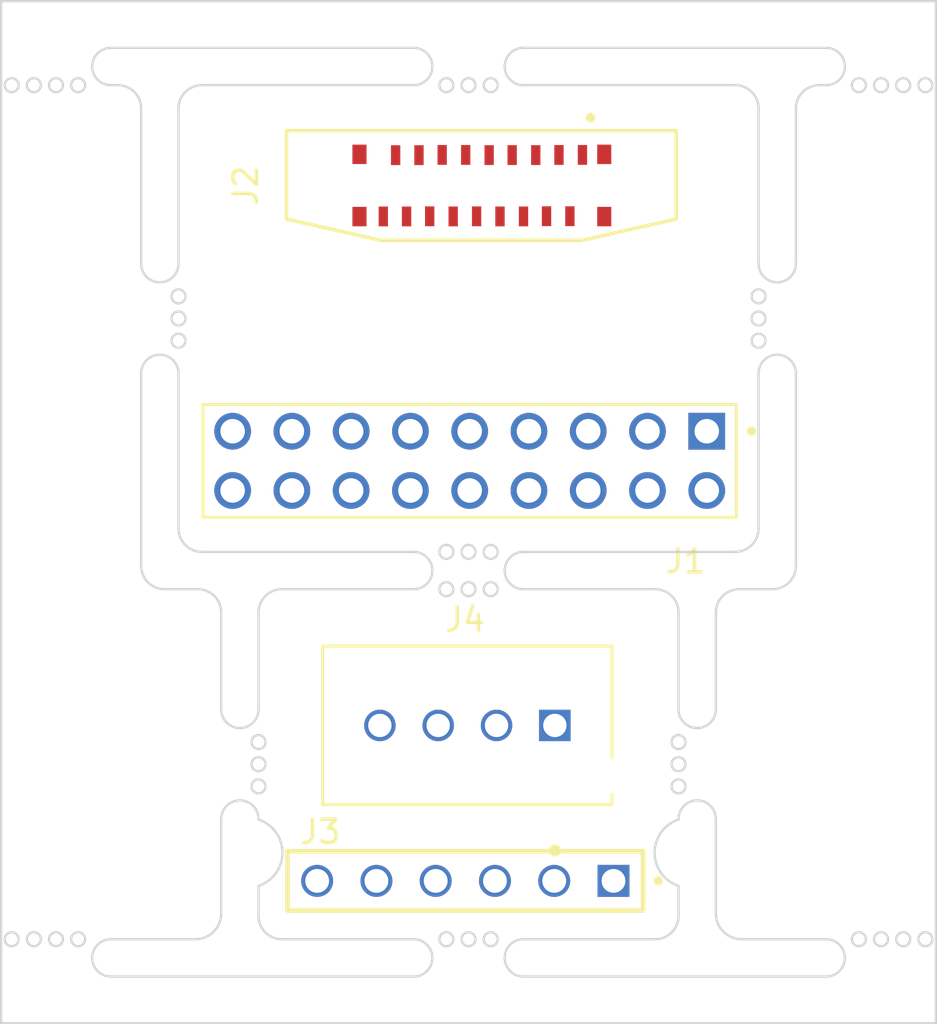
<source format=kicad_pcb>
(kicad_pcb (version 20211014) (generator pcbnew)
  (layers (0 "F.Cu" signal) (31 "B.Cu" signal) (34 "B.Paste" user) (35 "F.Paste" user) (36 "B.SilkS" user "B.Silkscreen") (37 "F.SilkS" user "F.Silkscreen") (38 "B.Mask" user) (39 "F.Mask" user) (44 "Edge.Cuts" user))
  (net 0 "")
  (net 1 "/GND")
  (net 2 "/SCL")
  (net 3 "/SDA")
  (net 4 "/Vcc (3.3V)")
  (net 5 "C1")
  (net 6 "C2")
  (net 7 "C3")
  (net 8 "C4")
  (net 9 "C5")
  (net 10 "C6")
  (net 11 "C7")
  (net 12 "C8")
  (net 13 "C9")
  (net 14 "C10")
  (net 15 "C11")
  (net 16 "C12")
  (net 17 "C13")
  (net 18 "C14")
  (net 19 "C15")
  (net 20 "C16")
  (net 21 "C17")
  (net 22 "C18")
  (footprint "myKiCadGlobalFootprintLibrary:SAMTEC_MTSW-106-12-L-S-790" (layer "F.Cu") (at 165.4125 82.6)
    (fp_text reference "J3" (at -6.2125 -2.1) (layer "F.SilkS"))
    (fp_text value "MTSW-106-12-L-S-790_6_by_1_header" hide)
    (fp_line (start 7.62 1.27) (end -7.62 1.27) (layer "F.SilkS") (width 0.2))
    (fp_line (start -7.62 1.27) (end -7.62 -1.27) (layer "F.SilkS") (width 0.2))
    (fp_line (start 7.62 -1.27) (end -7.62 -1.27) (layer "F.SilkS") (width 0.2))
    (fp_line (start 7.62 -1.27) (end 7.62 1.27) (layer "F.SilkS") (width 0.2))
    (fp_circle (center 8.27 0) (end 8.37 0) (layer "F.SilkS") (width 0.2) (fill none))
    (pad "01" thru_hole rect (at 6.35 0) (size 1.37 1.37) (drill 1.02) (layers *.Cu *.Mask) (net 1 "/GND"))
    (pad "02" thru_hole circle (at 3.81 0) (size 1.37 1.37) (drill 1.02) (layers *.Cu *.Mask))
    (pad "03" thru_hole circle (at 1.27 0) (size 1.37 1.37) (drill 1.02) (layers *.Cu *.Mask) (net 2 "/SCL"))
    (pad "04" thru_hole circle (at -1.27 0) (size 1.37 1.37) (drill 1.02) (layers *.Cu *.Mask) (net 3 "/SDA"))
    (pad "05" thru_hole circle (at -3.81 0) (size 1.37 1.37) (drill 1.02) (layers *.Cu *.Mask) (net 4 "/Vcc (3.3V)"))
    (pad "06" thru_hole circle (at -6.35 0) (size 1.37 1.37) (drill 1.02) (layers *.Cu *.Mask))
  )
  (footprint "myKiCadGlobalFootprintLibrary:533750410" (layer "F.Cu") (at 169.25 75.9378)
    (fp_text reference "J4" (at -3.85 -4.5378) (layer "F.SilkS"))
    (fp_text value "MOLEX_533750410" hide)
    (fp_line (start -9.95 -3.4) (end 2.45 -3.4) (layer "F.SilkS") (width 0.127))
    (fp_line (start 2.45 -3.4) (end 2.45 1.4) (layer "F.SilkS") (width 0.127))
    (fp_line (start -9.95 3.4) (end -9.95 -3.4) (layer "F.SilkS") (width 0.127))
    (fp_line (start 2.45 2.95) (end 2.45 3.4) (layer "F.SilkS") (width 0.127))
    (fp_line (start 2.45 3.4) (end -9.95 3.4) (layer "F.SilkS") (width 0.127))
    (fp_circle (center 0 5.3594) (end 0.2 5.3594) (layer "F.SilkS") (width 0.12) (fill solid))
    (pad "" np_thru_hole circle (at 1.6 2.2) (size 1.2 1.2) (drill 1.2) (layers *.Cu *.Mask))
    (pad "1" thru_hole rect (at 0 0) (size 1.35 1.35) (drill 1) (layers *.Cu) (net 1 "/GND"))
    (pad "2" thru_hole circle (at -2.5 0) (size 1.35 1.35) (drill 1) (layers *.Cu) (net 2 "/SCL"))
    (pad "3" thru_hole circle (at -5 0) (size 1.35 1.35) (drill 1) (layers *.Cu) (net 3 "/SDA"))
    (pad "4" thru_hole circle (at -7.5 0) (size 1.35 1.35) (drill 1) (layers *.Cu) (net 4 "/Vcc (3.3V)"))
  )
  (footprint "myKiCadGlobalFootprintLibrary:AMPHENOL_10076801-406T18LF" (layer "F.Cu") (at 165.6 64.6 180)
    (fp_text reference "J1" (at -9.255 -4.3) (layer "F.SilkS"))
    (fp_text value "10076801-406T18LF_9_by_2_header" hide)
    (fp_line (start -11.43 2.415) (end -11.43 -2.415) (layer "F.SilkS") (width 0.127))
    (fp_line (start 11.43 2.415) (end -11.43 2.415) (layer "F.SilkS") (width 0.127))
    (fp_line (start 11.43 -2.415) (end 11.43 2.415) (layer "F.SilkS") (width 0.127))
    (fp_line (start 11.43 -2.415) (end -11.43 -2.415) (layer "F.SilkS") (width 0.127))
    (fp_circle (center -12.08 1.27) (end -11.98 1.27) (layer "F.SilkS") (width 0.2) (fill none))
    (pad "01" thru_hole rect (at -10.16 1.27 180) (size 1.575 1.575) (drill 1.05) (layers *.Cu *.Mask) (net 5 "C1"))
    (pad "02" thru_hole circle (at -10.16 -1.27 180) (size 1.575 1.575) (drill 1.05) (layers *.Cu *.Mask) (net 6 "C2"))
    (pad "03" thru_hole circle (at -7.62 1.27 180) (size 1.575 1.575) (drill 1.05) (layers *.Cu *.Mask) (net 7 "C3"))
    (pad "04" thru_hole circle (at -7.62 -1.27 180) (size 1.575 1.575) (drill 1.05) (layers *.Cu *.Mask) (net 8 "C4"))
    (pad "05" thru_hole circle (at -5.08 1.27 180) (size 1.575 1.575) (drill 1.05) (layers *.Cu *.Mask) (net 9 "C5"))
    (pad "06" thru_hole circle (at -5.08 -1.27 180) (size 1.575 1.575) (drill 1.05) (layers *.Cu *.Mask) (net 10 "C6"))
    (pad "07" thru_hole circle (at -2.54 1.27 180) (size 1.575 1.575) (drill 1.05) (layers *.Cu *.Mask) (net 11 "C7"))
    (pad "08" thru_hole circle (at -2.54 -1.27 180) (size 1.575 1.575) (drill 1.05) (layers *.Cu *.Mask) (net 12 "C8"))
    (pad "09" thru_hole circle (at 0 1.27 180) (size 1.575 1.575) (drill 1.05) (layers *.Cu *.Mask) (net 13 "C9"))
    (pad "10" thru_hole circle (at 0 -1.27 180) (size 1.575 1.575) (drill 1.05) (layers *.Cu *.Mask) (net 14 "C10"))
    (pad "11" thru_hole circle (at 2.54 1.27 180) (size 1.575 1.575) (drill 1.05) (layers *.Cu *.Mask) (net 15 "C11"))
    (pad "12" thru_hole circle (at 2.54 -1.27 180) (size 1.575 1.575) (drill 1.05) (layers *.Cu *.Mask) (net 16 "C12"))
    (pad "13" thru_hole circle (at 5.08 1.27 180) (size 1.575 1.575) (drill 1.05) (layers *.Cu *.Mask) (net 17 "C13"))
    (pad "14" thru_hole circle (at 5.08 -1.27 180) (size 1.575 1.575) (drill 1.05) (layers *.Cu *.Mask) (net 18 "C14"))
    (pad "15" thru_hole circle (at 7.62 1.27 180) (size 1.575 1.575) (drill 1.05) (layers *.Cu *.Mask) (net 19 "C15"))
    (pad "16" thru_hole circle (at 7.62 -1.27 180) (size 1.575 1.575) (drill 1.05) (layers *.Cu *.Mask) (net 20 "C16"))
    (pad "17" thru_hole circle (at 10.16 1.27 180) (size 1.575 1.575) (drill 1.05) (layers *.Cu *.Mask) (net 21 "C17"))
    (pad "18" thru_hole circle (at 10.16 -1.27 180) (size 1.575 1.575) (drill 1.05) (layers *.Cu *.Mask) (net 22 "C18"))
  )
  (footprint "myKiCadGlobalFootprintLibrary:525591853" (layer "F.Cu") (at 165.905982 52.455249)
    (fp_text reference "J2" (at -9.906 0.349725 90) (layer "F.SilkS"))
    (fp_text value "0525591853" hide)
    (fp_line (start 8.544018 -2.005075) (end -8.155982 -2.005075) (layer "F.SilkS") (width 0.1524))
    (fp_line (start -4.112116 2.694577) (end 4.500152 2.694577) (layer "F.SilkS") (width 0.1524))
    (fp_line (start -8.155982 -2.005075) (end -8.155982 1.781439) (layer "F.SilkS") (width 0.1524))
    (fp_line (start 4.500152 2.694577) (end 8.544018 1.781439) (layer "F.SilkS") (width 0.1524))
    (fp_line (start -8.155982 1.781439) (end -4.112116 2.694577) (layer "F.SilkS") (width 0.1524))
    (fp_line (start 8.544018 1.781439) (end 8.544018 -2.005075) (layer "F.SilkS") (width 0.1524))
    (fp_circle (center 4.8768 -2.5654) (end 4.9868 -2.5654) (layer "F.SilkS") (width 0.2) (fill none))
    (pad " " smd rect (at 5.461 1.6764) (size 0.6056 0.8322) (layers "F.Cu" "F.Paste" "F.Mask"))
    (pad " " smd rect (at -5.0292 -0.9906) (size 0.6056 0.8322) (layers "F.Cu" "F.Paste" "F.Mask"))
    (pad " " smd rect (at -5.0292 1.6764) (size 0.6056 0.8322) (layers "F.Cu" "F.Paste" "F.Mask"))
    (pad " " smd rect (at 5.461 -0.9906) (size 0.6056 0.8322) (layers "F.Cu" "F.Paste" "F.Mask"))
    (pad "1" smd rect (at 4.525475 -0.966624) (size 0.4 0.85) (layers "F.Cu" "F.Paste" "F.Mask") (net 5 "C1"))
    (pad "2" smd rect (at 3.987845 1.660042) (size 0.4 0.85) (layers "F.Cu" "F.Paste" "F.Mask") (net 6 "C2"))
    (pad "3" smd rect (at 3.519854 -0.96325) (size 0.4 0.85) (layers "F.Cu" "F.Paste" "F.Mask") (net 7 "C3"))
    (pad "4" smd rect (at 2.987202 1.660042) (size 0.4 0.85) (layers "F.Cu" "F.Paste" "F.Mask") (net 8 "C4"))
    (pad "5" smd rect (at 2.52529 -0.959265) (size 0.4 0.85) (layers "F.Cu" "F.Paste" "F.Mask") (net 9 "C5"))
    (pad "6" smd rect (at 1.999675 1.6696) (size 0.4 0.85) (layers "F.Cu" "F.Paste" "F.Mask") (net 10 "C6"))
    (pad "7" smd rect (at 1.51454 -0.959265) (size 0.4 0.85) (layers "F.Cu" "F.Paste" "F.Mask") (net 11 "C7"))
    (pad "8" smd rect (at 0.991354 1.6696) (size 0.4 0.85) (layers "F.Cu" "F.Paste" "F.Mask") (net 12 "C8"))
    (pad "9" smd rect (at 0.528086 -0.959265) (size 0.4 0.85) (layers "F.Cu" "F.Paste" "F.Mask") (net 13 "C9"))
    (pad "10" smd rect (at -0.008868 1.66555) (size 0.4 0.85) (layers "F.Cu" "F.Paste" "F.Mask") (net 14 "C10"))
    (pad "11" smd rect (at -0.476799 -0.966153) (size 0.4 0.85) (layers "F.Cu" "F.Paste" "F.Mask") (net 15 "C11"))
    (pad "12" smd rect (at -1.01314 1.6696) (size 0.4 0.85) (layers "F.Cu" "F.Paste" "F.Mask") (net 16 "C12"))
    (pad "13" smd rect (at -1.484962 -0.966153) (size 0.4 0.85) (layers "F.Cu" "F.Paste" "F.Mask") (net 17 "C13"))
    (pad "14" smd rect (at -2.019975 1.664737) (size 0.4 0.85) (layers "F.Cu" "F.Paste" "F.Mask") (net 18 "C14"))
    (pad "15" smd rect (at -2.480459 -0.9569) (size 0.4 0.85) (layers "F.Cu" "F.Paste" "F.Mask") (net 19 "C15"))
    (pad "16" smd rect (at -3.011289 1.670568) (size 0.4 0.85) (layers "F.Cu" "F.Paste" "F.Mask") (net 20 "C16"))
    (pad "17" smd rect (at -3.479332 -0.9569) (size 0.4 0.85) (layers "F.Cu" "F.Paste" "F.Mask") (net 21 "C17"))
    (pad "18" smd rect (at -4.009815 1.670201) (size 0.4 0.85) (layers "F.Cu" "F.Paste" "F.Mask") (net 22 "C18"))
  )
  (gr_arc (start 153.95 70.1) (mid 154.657107 70.392893) (end 154.95 71.1) (layer "Edge.Cuts") (width 0.1))
  (gr_line (start 154.95 75.25) (end 154.95 71.1) (layer "Edge.Cuts") (width 0.1))
  (gr_circle (center 166.5 85.1) (end 166.8 85.1) (layer "Edge.Cuts") (width 0.1) (fill none))
  (gr_line (start 167.9 85.1) (end 173.55 85.1) (layer "Edge.Cuts") (width 0.1))
  (gr_line (start 156.55 79.95) (end 156.55 79.970195) (layer "Edge.Cuts") (width 0.1))
  (gr_line (start 185.58 44.9) (end 185.58 88.7) (layer "Edge.Cuts") (width 0.1))
  (gr_arc (start 167.9 86.7) (mid 167.1 85.9) (end 167.9 85.1) (layer "Edge.Cuts") (width 0.1))
  (gr_line (start 150.22 48.5) (end 150.52 48.5) (layer "Edge.Cuts") (width 0.1))
  (gr_circle (center 146.92 48.5) (end 147.22 48.5) (layer "Edge.Cuts") (width 0.1) (fill none))
  (gr_arc (start 150.22 48.5) (mid 149.42 47.7) (end 150.22 46.9) (layer "Edge.Cuts") (width 0.1))
  (gr_arc (start 167.9 48.5) (mid 167.1 47.7) (end 167.9 46.9) (layer "Edge.Cuts") (width 0.1))
  (gr_line (start 177.98 49.5) (end 177.98 56.15) (layer "Edge.Cuts") (width 0.1))
  (gr_circle (center 183.23 48.5) (end 183.53 48.5) (layer "Edge.Cuts") (width 0.1) (fill none))
  (gr_circle (center 147.87 85.1) (end 148.17 85.1) (layer "Edge.Cuts") (width 0.1) (fill none))
  (gr_line (start 156.55 84.1) (end 156.55 82.815805) (layer "Edge.Cuts") (width 0.1))
  (gr_circle (center 182.28 48.5) (end 182.58 48.5) (layer "Edge.Cuts") (width 0.1) (fill none))
  (gr_circle (center 153.12 57.55) (end 153.42 57.55) (layer "Edge.Cuts") (width 0.1) (fill none))
  (gr_circle (center 184.18 48.5) (end 184.48 48.5) (layer "Edge.Cuts") (width 0.1) (fill none))
  (gr_circle (center 164.6 68.5) (end 164.9 68.5) (layer "Edge.Cuts") (width 0.1) (fill none))
  (gr_line (start 177.98 60.85) (end 177.98 67.5) (layer "Edge.Cuts") (width 0.1))
  (gr_circle (center 184.18 85.1) (end 184.48 85.1) (layer "Edge.Cuts") (width 0.1) (fill none))
  (gr_circle (center 156.55 76.65) (end 156.85 76.65) (layer "Edge.Cuts") (width 0.1) (fill none))
  (gr_circle (center 164.6 48.5) (end 164.9 48.5) (layer "Edge.Cuts") (width 0.1) (fill none))
  (gr_circle (center 153.12 59.45) (end 153.42 59.45) (layer "Edge.Cuts") (width 0.1) (fill none))
  (gr_arc (start 154.12 68.5) (mid 153.412893 68.207107) (end 153.12 67.5) (layer "Edge.Cuts") (width 0.1))
  (gr_arc (start 167.9 70.1) (mid 167.1 69.3) (end 167.9 68.5) (layer "Edge.Cuts") (width 0.1))
  (gr_line (start 157.55 85.1) (end 163.2 85.1) (layer "Edge.Cuts") (width 0.1))
  (gr_line (start 145.52 88.7) (end 185.58 88.7) (layer "Edge.Cuts") (width 0.1))
  (gr_line (start 167.9 46.9) (end 180.88 46.9) (layer "Edge.Cuts") (width 0.1))
  (gr_line (start 163.2 86.7) (end 150.22 86.7) (layer "Edge.Cuts") (width 0.1))
  (gr_line (start 176.98 48.5) (end 167.9 48.5) (layer "Edge.Cuts") (width 0.1))
  (gr_arc (start 156.55 79.970195) (mid 157.575 81.393) (end 156.55 82.815805) (layer "Edge.Cuts") (width 0.1))
  (gr_line (start 167.9 86.7) (end 180.88 86.7) (layer "Edge.Cuts") (width 0.1))
  (gr_arc (start 174.55 84.1) (mid 174.257107 84.807107) (end 173.55 85.1) (layer "Edge.Cuts") (width 0.1))
  (gr_arc (start 153.12 56.15) (mid 152.32 56.95) (end 151.52 56.15) (layer "Edge.Cuts") (width 0.1))
  (gr_arc (start 173.55 70.1) (mid 174.257107 70.392893) (end 174.55 71.1) (layer "Edge.Cuts") (width 0.1))
  (gr_arc (start 153.12 49.5) (mid 153.412893 48.792893) (end 154.12 48.5) (layer "Edge.Cuts") (width 0.1))
  (gr_circle (center 174.55 76.65) (end 174.85 76.65) (layer "Edge.Cuts") (width 0.1) (fill none))
  (gr_line (start 153.12 60.85) (end 153.12 67.5) (layer "Edge.Cuts") (width 0.1))
  (gr_line (start 167.9 70.1) (end 173.55 70.1) (layer "Edge.Cuts") (width 0.1))
  (gr_circle (center 165.55 68.5) (end 165.85 68.5) (layer "Edge.Cuts") (width 0.1) (fill none))
  (gr_circle (center 174.55 78.55) (end 174.85 78.55) (layer "Edge.Cuts") (width 0.1) (fill none))
  (gr_line (start 154.12 68.5) (end 163.2 68.5) (layer "Edge.Cuts") (width 0.1))
  (gr_circle (center 145.97 48.5) (end 146.27 48.5) (layer "Edge.Cuts") (width 0.1) (fill none))
  (gr_circle (center 166.5 68.5) (end 166.8 68.5) (layer "Edge.Cuts") (width 0.1) (fill none))
  (gr_arc (start 150.22 86.7) (mid 149.42 85.9) (end 150.22 85.1) (layer "Edge.Cuts") (width 0.1))
  (gr_circle (center 164.6 70.1) (end 164.9 70.1) (layer "Edge.Cuts") (width 0.1) (fill none))
  (gr_line (start 153.845 85.1) (end 150.22 85.1) (layer "Edge.Cuts") (width 0.1))
  (gr_arc (start 152.52 70.1) (mid 151.812893 69.807107) (end 151.52 69.1) (layer "Edge.Cuts") (width 0.1))
  (gr_line (start 174.55 79.95) (end 174.55 79.970195) (layer "Edge.Cuts") (width 0.1))
  (gr_circle (center 145.97 85.1) (end 146.27 85.1) (layer "Edge.Cuts") (width 0.1) (fill none))
  (gr_circle (center 148.82 48.5) (end 149.12 48.5) (layer "Edge.Cuts") (width 0.1) (fill none))
  (gr_arc (start 179.58 69.1) (mid 179.287107 69.807107) (end 178.58 70.1) (layer "Edge.Cuts") (width 0.1))
  (gr_arc (start 176.15 75.25) (mid 175.35 76.05) (end 174.55 75.25) (layer "Edge.Cuts") (width 0.1))
  (gr_line (start 152.52 70.1) (end 153.95 70.1) (layer "Edge.Cuts") (width 0.1))
  (gr_circle (center 177.98 57.55) (end 178.28 57.55) (layer "Edge.Cuts") (width 0.1) (fill none))
  (gr_circle (center 146.92 85.1) (end 147.22 85.1) (layer "Edge.Cuts") (width 0.1) (fill none))
  (gr_arc (start 177.255 85.1) (mid 176.473647 84.776353) (end 176.15 83.995) (layer "Edge.Cuts") (width 0.1))
  (gr_arc (start 174.55 79.95) (mid 175.35 79.15) (end 176.15 79.95) (layer "Edge.Cuts") (width 0.1))
  (gr_arc (start 176.15 71.1) (mid 176.442893 70.392893) (end 177.15 70.1) (layer "Edge.Cuts") (width 0.1))
  (gr_line (start 151.52 60.85) (end 151.52 69.1) (layer "Edge.Cuts") (width 0.1))
  (gr_circle (center 185.13 85.1) (end 185.43 85.1) (layer "Edge.Cuts") (width 0.1) (fill none))
  (gr_circle (center 174.55 77.6) (end 174.85 77.6) (layer "Edge.Cuts") (width 0.1) (fill none))
  (gr_line (start 177.15 70.1) (end 178.58 70.1) (layer "Edge.Cuts") (width 0.1))
  (gr_line (start 156.55 75.25) (end 156.55 71.1) (layer "Edge.Cuts") (width 0.1))
  (gr_arc (start 179.58 49.5) (mid 179.872893 48.792893) (end 180.58 48.5) (layer "Edge.Cuts") (width 0.1))
  (gr_line (start 179.58 56.15) (end 179.58 49.5) (layer "Edge.Cuts") (width 0.1))
  (gr_circle (center 165.55 48.5) (end 165.85 48.5) (layer "Edge.Cuts") (width 0.1) (fill none))
  (gr_circle (center 185.13 48.5) (end 185.43 48.5) (layer "Edge.Cuts") (width 0.1) (fill none))
  (gr_arc (start 154.95 79.95) (mid 155.75 79.15) (end 156.55 79.95) (layer "Edge.Cuts") (width 0.1))
  (gr_arc (start 163.2 85.1) (mid 164 85.9) (end 163.2 86.7) (layer "Edge.Cuts") (width 0.1))
  (gr_circle (center 153.12 58.5) (end 153.42 58.5) (layer "Edge.Cuts") (width 0.1) (fill none))
  (gr_arc (start 151.52 60.85) (mid 152.32 60.05) (end 153.12 60.85) (layer "Edge.Cuts") (width 0.1))
  (gr_line (start 154.12 48.5) (end 163.2 48.5) (layer "Edge.Cuts") (width 0.1))
  (gr_circle (center 147.87 48.5) (end 148.17 48.5) (layer "Edge.Cuts") (width 0.1) (fill none))
  (gr_circle (center 177.98 58.5) (end 178.28 58.5) (layer "Edge.Cuts") (width 0.1) (fill none))
  (gr_circle (center 166.5 70.1) (end 166.8 70.1) (layer "Edge.Cuts") (width 0.1) (fill none))
  (gr_circle (center 182.28 85.1) (end 182.58 85.1) (layer "Edge.Cuts") (width 0.1) (fill none))
  (gr_arc (start 163.2 68.5) (mid 164 69.3) (end 163.2 70.1) (layer "Edge.Cuts") (width 0.1))
  (gr_line (start 180.58 48.5) (end 180.88 48.5) (layer "Edge.Cuts") (width 0.1))
  (gr_arc (start 156.55 71.1) (mid 156.842893 70.392893) (end 157.55 70.1) (layer "Edge.Cuts") (width 0.1))
  (gr_line (start 167.9 68.5) (end 176.98 68.5) (layer "Edge.Cuts") (width 0.1))
  (gr_arc (start 154.95 83.995) (mid 154.626353 84.776353) (end 153.845 85.1) (layer "Edge.Cuts") (width 0.1))
  (gr_circle (center 165.55 85.1) (end 165.85 85.1) (layer "Edge.Cuts") (width 0.1) (fill none))
  (gr_line (start 177.255 85.1) (end 180.88 85.1) (layer "Edge.Cuts") (width 0.1))
  (gr_arc (start 156.55 75.25) (mid 155.75 76.05) (end 154.95 75.25) (layer "Edge.Cuts") (width 0.1))
  (gr_arc (start 176.98 48.5) (mid 177.687107 48.792893) (end 177.98 49.5) (layer "Edge.Cuts") (width 0.1))
  (gr_line (start 163.2 46.9) (end 150.22 46.9) (layer "Edge.Cuts") (width 0.1))
  (gr_arc (start 163.2 46.9) (mid 164 47.7) (end 163.2 48.5) (layer "Edge.Cuts") (width 0.1))
  (gr_arc (start 179.58 56.15) (mid 178.78 56.95) (end 177.98 56.15) (layer "Edge.Cuts") (width 0.1))
  (gr_circle (center 148.82 85.1) (end 149.12 85.1) (layer "Edge.Cuts") (width 0.1) (fill none))
  (gr_arc (start 180.88 46.9) (mid 181.68 47.7) (end 180.88 48.5) (layer "Edge.Cuts") (width 0.1))
  (gr_arc (start 150.52 48.5) (mid 151.227107 48.792893) (end 151.52 49.5) (layer "Edge.Cuts") (width 0.1))
  (gr_arc (start 177.98 67.5) (mid 177.687107 68.207107) (end 176.98 68.5) (layer "Edge.Cuts") (width 0.1))
  (gr_circle (center 177.98 59.45) (end 178.28 59.45) (layer "Edge.Cuts") (width 0.1) (fill none))
  (gr_arc (start 174.55 82.815805) (mid 173.525 81.393) (end 174.55 79.970195) (layer "Edge.Cuts") (width 0.1))
  (gr_circle (center 165.55 70.1) (end 165.85 70.1) (layer "Edge.Cuts") (width 0.1) (fill none))
  (gr_circle (center 164.6 85.1) (end 164.9 85.1) (layer "Edge.Cuts") (width 0.1) (fill none))
  (gr_circle (center 183.23 85.1) (end 183.53 85.1) (layer "Edge.Cuts") (width 0.1) (fill none))
  (gr_line (start 176.15 75.25) (end 176.15 71.1) (layer "Edge.Cuts") (width 0.1))
  (gr_circle (center 166.5 48.5) (end 166.8 48.5) (layer "Edge.Cuts") (width 0.1) (fill none))
  (gr_line (start 174.55 75.25) (end 174.55 71.1) (layer "Edge.Cuts") (width 0.1))
  (gr_line (start 157.55 70.1) (end 163.2 70.1) (layer "Edge.Cuts") (width 0.1))
  (gr_line (start 174.55 82.815805) (end 174.55 84.1) (layer "Edge.Cuts") (width 0.1))
  (gr_line (start 145.52 44.9) (end 185.58 44.9) (layer "Edge.Cuts") (width 0.1))
  (gr_line (start 176.15 79.95) (end 176.15 83.995) (layer "Edge.Cuts") (width 0.1))
  (gr_line (start 154.95 79.95) (end 154.95 83.995) (layer "Edge.Cuts") (width 0.1))
  (gr_line (start 151.52 56.15) (end 151.52 49.5) (layer "Edge.Cuts") (width 0.1))
  (gr_circle (center 156.55 77.6) (end 156.85 77.6) (layer "Edge.Cuts") (width 0.1) (fill none))
  (gr_line (start 153.12 49.5) (end 153.12 56.15) (layer "Edge.Cuts") (width 0.1))
  (gr_arc (start 157.55 85.1) (mid 156.842893 84.807107) (end 156.55 84.1) (layer "Edge.Cuts") (width 0.1))
  (gr_arc (start 180.88 85.1) (mid 181.68 85.9) (end 180.88 86.7) (layer "Edge.Cuts") (width 0.1))
  (gr_line (start 179.58 60.85) (end 179.58 69.1) (layer "Edge.Cuts") (width 0.1))
  (gr_arc (start 177.98 60.85) (mid 178.78 60.05) (end 179.58 60.85) (layer "Edge.Cuts") (width 0.1))
  (gr_circle (center 156.55 78.55) (end 156.85 78.55) (layer "Edge.Cuts") (width 0.1) (fill none))
  (gr_line (start 145.52 44.9) (end 145.52 88.7) (layer "Edge.Cuts") (width 0.1))
)
</source>
